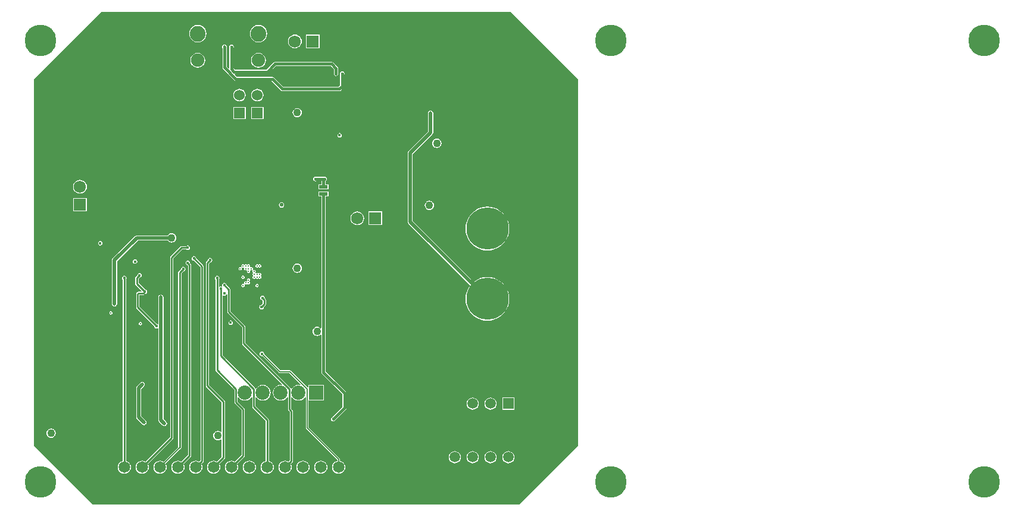
<source format=gbr>
%TF.GenerationSoftware,Altium Limited,Altium Designer,19.0.15 (446)*%
G04 Layer_Physical_Order=4*
G04 Layer_Color=16711680*
%FSLAX45Y45*%
%MOMM*%
%TF.FileFunction,Copper,L4,Bot,Signal*%
%TF.Part,Single*%
G01*
G75*
%TA.AperFunction,Conductor*%
%ADD40C,0.20320*%
%ADD41C,0.38100*%
%ADD42C,0.50800*%
%ADD45C,0.25400*%
%TA.AperFunction,ComponentPad*%
%ADD49C,1.65000*%
%TA.AperFunction,TestPad*%
%ADD50C,1.10000*%
%TA.AperFunction,ViaPad*%
%ADD51C,4.50000*%
%TA.AperFunction,ComponentPad*%
%ADD52R,1.50000X1.50000*%
%ADD53C,1.50000*%
%ADD54C,1.53000*%
%ADD55R,1.53000X1.53000*%
%ADD56C,1.90000*%
%ADD57C,2.25000*%
%ADD58C,6.00000*%
%ADD59C,1.72500*%
%ADD60R,1.72500X1.72500*%
%ADD61R,1.72500X1.72500*%
%ADD62R,2.02500X2.02500*%
%ADD63C,2.02500*%
%TA.AperFunction,ViaPad*%
%ADD64C,0.43180*%
%ADD65C,0.25000*%
%ADD66C,0.55880*%
%ADD67C,1.06680*%
%ADD68C,0.45720*%
%TA.AperFunction,SMDPad,CuDef*%
%ADD69R,1.20000X0.50000*%
%TA.AperFunction,Conductor*%
%ADD70C,0.15000*%
G36*
X8102600Y6210300D02*
Y990600D01*
X7264400Y152400D01*
X1206500D01*
X368300Y990600D01*
Y6210300D01*
X1320800Y7162800D01*
X7150100D01*
X8102600Y6210300D01*
D02*
G37*
%LPC*%
G36*
X3559400Y6979838D02*
X3527379Y6975623D01*
X3497541Y6963263D01*
X3471918Y6943602D01*
X3452257Y6917979D01*
X3439897Y6888141D01*
X3435682Y6856120D01*
X3439897Y6824099D01*
X3452257Y6794261D01*
X3471918Y6768638D01*
X3497541Y6748977D01*
X3527379Y6736617D01*
X3559400Y6732402D01*
X3591421Y6736617D01*
X3621259Y6748977D01*
X3646882Y6768638D01*
X3666543Y6794261D01*
X3678903Y6824099D01*
X3683118Y6856120D01*
X3678903Y6888141D01*
X3666543Y6917979D01*
X3646882Y6943602D01*
X3621259Y6963263D01*
X3591421Y6975623D01*
X3559400Y6979838D01*
D02*
G37*
G36*
X2695400D02*
X2663379Y6975623D01*
X2633541Y6963263D01*
X2607918Y6943602D01*
X2588257Y6917979D01*
X2575898Y6888141D01*
X2571682Y6856120D01*
X2575898Y6824099D01*
X2588257Y6794261D01*
X2607918Y6768638D01*
X2633541Y6748977D01*
X2663379Y6736617D01*
X2695400Y6732402D01*
X2727421Y6736617D01*
X2757259Y6748977D01*
X2782882Y6768638D01*
X2802544Y6794261D01*
X2814903Y6824099D01*
X2819119Y6856120D01*
X2814903Y6888141D01*
X2802544Y6917979D01*
X2782882Y6943602D01*
X2757259Y6963263D01*
X2727421Y6975623D01*
X2695400Y6979838D01*
D02*
G37*
G36*
X4427811Y6842532D02*
X4234991D01*
Y6649712D01*
X4427811D01*
Y6842532D01*
D02*
G37*
G36*
X4077401Y6843364D02*
X4052233Y6840050D01*
X4028780Y6830336D01*
X4008641Y6814882D01*
X3993187Y6794743D01*
X3983473Y6771290D01*
X3980159Y6746122D01*
X3983473Y6720954D01*
X3993187Y6697501D01*
X4008641Y6677361D01*
X4028780Y6661908D01*
X4052233Y6652193D01*
X4077401Y6648880D01*
X4102569Y6652193D01*
X4126022Y6661908D01*
X4146162Y6677361D01*
X4161615Y6697501D01*
X4171330Y6720954D01*
X4174643Y6746122D01*
X4171330Y6771290D01*
X4161615Y6794743D01*
X4146162Y6814882D01*
X4126022Y6830336D01*
X4102569Y6840050D01*
X4077401Y6843364D01*
D02*
G37*
G36*
X3559400Y6582187D02*
X3531948Y6578573D01*
X3506366Y6567977D01*
X3484399Y6551121D01*
X3467543Y6529154D01*
X3456947Y6503572D01*
X3453333Y6476120D01*
X3456947Y6448668D01*
X3467543Y6423086D01*
X3484399Y6401119D01*
X3506366Y6384263D01*
X3531948Y6373667D01*
X3559400Y6370053D01*
X3586852Y6373667D01*
X3612434Y6384263D01*
X3634401Y6401119D01*
X3651257Y6423086D01*
X3661853Y6448668D01*
X3665467Y6476120D01*
X3661853Y6503572D01*
X3651257Y6529154D01*
X3634401Y6551121D01*
X3612434Y6567977D01*
X3586852Y6578573D01*
X3559400Y6582187D01*
D02*
G37*
G36*
X2695400D02*
X2667948Y6578573D01*
X2642367Y6567977D01*
X2620399Y6551121D01*
X2603543Y6529154D01*
X2592947Y6503572D01*
X2589333Y6476120D01*
X2592947Y6448668D01*
X2603543Y6423086D01*
X2620399Y6401119D01*
X2642367Y6384263D01*
X2667948Y6373667D01*
X2695400Y6370053D01*
X2722853Y6373667D01*
X2748434Y6384263D01*
X2770401Y6401119D01*
X2787257Y6423086D01*
X2797853Y6448668D01*
X2801468Y6476120D01*
X2797853Y6503572D01*
X2787257Y6529154D01*
X2770401Y6551121D01*
X2748434Y6567977D01*
X2722853Y6578573D01*
X2695400Y6582187D01*
D02*
G37*
G36*
X3175000Y6699872D02*
X3162612Y6697408D01*
X3152110Y6690390D01*
X3145092Y6679888D01*
X3142628Y6667500D01*
X3145092Y6655112D01*
X3145218Y6654923D01*
Y6364427D01*
X3132518Y6359167D01*
X3105183Y6386502D01*
Y6650638D01*
X3106504Y6652616D01*
X3109067Y6665500D01*
X3106504Y6678384D01*
X3099206Y6689306D01*
X3088284Y6696604D01*
X3075400Y6699167D01*
X3062516Y6696604D01*
X3051594Y6689306D01*
X3044296Y6678384D01*
X3041733Y6665500D01*
X3044296Y6652616D01*
X3045618Y6650638D01*
Y6374166D01*
X3047885Y6362769D01*
X3054341Y6353107D01*
X3218207Y6189241D01*
X3227869Y6182785D01*
X3239266Y6180518D01*
X3746864D01*
X3877841Y6049541D01*
X3887503Y6043085D01*
X3898900Y6040818D01*
X4711700D01*
X4723097Y6043085D01*
X4732759Y6049541D01*
X4770859Y6087641D01*
X4777315Y6097303D01*
X4779582Y6108700D01*
Y6273923D01*
X4779708Y6274112D01*
X4782172Y6286500D01*
X4779708Y6298888D01*
X4772690Y6309390D01*
X4762188Y6316408D01*
X4749800Y6318872D01*
X4737412Y6316408D01*
X4726910Y6309390D01*
X4719892Y6298888D01*
X4717428Y6286500D01*
X4719892Y6274112D01*
X4720018Y6273923D01*
Y6121036D01*
X4699364Y6100382D01*
X3911236D01*
X3780259Y6231359D01*
X3770597Y6237815D01*
X3759200Y6240082D01*
X3251602D01*
X3222267Y6269418D01*
X3227527Y6282118D01*
X3683000D01*
X3694397Y6284385D01*
X3704059Y6290841D01*
X3809636Y6396418D01*
X4585064D01*
X4631118Y6350364D01*
Y6299077D01*
X4630992Y6298888D01*
X4628528Y6286500D01*
X4630992Y6274112D01*
X4638010Y6263610D01*
X4648512Y6256592D01*
X4660900Y6254128D01*
X4673288Y6256592D01*
X4683790Y6263610D01*
X4690808Y6274112D01*
X4693272Y6286500D01*
X4690808Y6298888D01*
X4690682Y6299077D01*
Y6362700D01*
X4688415Y6374097D01*
X4681959Y6383759D01*
X4618459Y6447259D01*
X4608797Y6453715D01*
X4597400Y6455982D01*
X3797300D01*
X3785903Y6453715D01*
X3776241Y6447259D01*
X3670664Y6341682D01*
X3225436D01*
X3204782Y6362336D01*
Y6654923D01*
X3204908Y6655112D01*
X3207372Y6667500D01*
X3204908Y6679888D01*
X3197890Y6690390D01*
X3187388Y6697408D01*
X3175000Y6699872D01*
D02*
G37*
G36*
X3543300Y6069108D02*
X3520677Y6066129D01*
X3499596Y6057397D01*
X3481493Y6043507D01*
X3467603Y6025404D01*
X3458871Y6004323D01*
X3455892Y5981700D01*
X3458871Y5959077D01*
X3467603Y5937996D01*
X3481493Y5919893D01*
X3499596Y5906003D01*
X3520677Y5897271D01*
X3543300Y5894292D01*
X3565923Y5897271D01*
X3587004Y5906003D01*
X3605107Y5919893D01*
X3618997Y5937996D01*
X3627729Y5959077D01*
X3630708Y5981700D01*
X3627729Y6004323D01*
X3618997Y6025404D01*
X3605107Y6043507D01*
X3587004Y6057397D01*
X3565923Y6066129D01*
X3543300Y6069108D01*
D02*
G37*
G36*
X3289300D02*
X3266677Y6066129D01*
X3245596Y6057397D01*
X3227493Y6043507D01*
X3213603Y6025404D01*
X3204871Y6004323D01*
X3201892Y5981700D01*
X3204871Y5959077D01*
X3213603Y5937996D01*
X3227493Y5919893D01*
X3245596Y5906003D01*
X3266677Y5897271D01*
X3289300Y5894292D01*
X3311923Y5897271D01*
X3333004Y5906003D01*
X3351107Y5919893D01*
X3364997Y5937996D01*
X3373729Y5959077D01*
X3376708Y5981700D01*
X3373729Y6004323D01*
X3364997Y6025404D01*
X3351107Y6043507D01*
X3333004Y6057397D01*
X3311923Y6066129D01*
X3289300Y6069108D01*
D02*
G37*
G36*
X4109720Y5797354D02*
X4092710Y5795115D01*
X4076859Y5788549D01*
X4063247Y5778105D01*
X4052803Y5764493D01*
X4046237Y5748642D01*
X4043998Y5731632D01*
X4046237Y5714622D01*
X4052803Y5698771D01*
X4063247Y5685160D01*
X4076859Y5674715D01*
X4092710Y5668149D01*
X4109720Y5665910D01*
X4126730Y5668149D01*
X4142581Y5674715D01*
X4156193Y5685160D01*
X4166637Y5698771D01*
X4173203Y5714622D01*
X4175442Y5731632D01*
X4173203Y5748642D01*
X4166637Y5764493D01*
X4156193Y5778105D01*
X4142581Y5788549D01*
X4126730Y5795115D01*
X4109720Y5797354D01*
D02*
G37*
G36*
X3629960Y5814360D02*
X3456640D01*
Y5641040D01*
X3629960D01*
Y5814360D01*
D02*
G37*
G36*
X3375960D02*
X3202640D01*
Y5641040D01*
X3375960D01*
Y5814360D01*
D02*
G37*
G36*
X4711700Y5442572D02*
X4699312Y5440108D01*
X4688810Y5433090D01*
X4681792Y5422588D01*
X4679328Y5410200D01*
X4681792Y5397812D01*
X4688810Y5387310D01*
X4699312Y5380292D01*
X4711700Y5377828D01*
X4724088Y5380292D01*
X4734590Y5387310D01*
X4741608Y5397812D01*
X4744072Y5410200D01*
X4741608Y5422588D01*
X4734590Y5433090D01*
X4724088Y5440108D01*
X4711700Y5442572D01*
D02*
G37*
G36*
X6096000Y5361622D02*
X6078990Y5359383D01*
X6063139Y5352817D01*
X6049527Y5342373D01*
X6039083Y5328761D01*
X6032517Y5312910D01*
X6030278Y5295900D01*
X6032517Y5278890D01*
X6039083Y5263039D01*
X6049527Y5249427D01*
X6063139Y5238983D01*
X6078990Y5232417D01*
X6096000Y5230178D01*
X6113010Y5232417D01*
X6128861Y5238983D01*
X6142473Y5249427D01*
X6152917Y5263039D01*
X6159483Y5278890D01*
X6161722Y5295900D01*
X6159483Y5312910D01*
X6152917Y5328761D01*
X6142473Y5342373D01*
X6128861Y5352817D01*
X6113010Y5359383D01*
X6096000Y5361622D01*
D02*
G37*
G36*
X4500548Y4820272D02*
X4488159Y4817808D01*
X4487971Y4817682D01*
X4381377D01*
X4381188Y4817808D01*
X4368800Y4820272D01*
X4356412Y4817808D01*
X4345910Y4810790D01*
X4338892Y4800288D01*
X4336428Y4787900D01*
X4338892Y4775512D01*
X4345910Y4765010D01*
X4356412Y4757992D01*
X4368800Y4755528D01*
X4381188Y4757992D01*
X4381377Y4758118D01*
X4453318D01*
Y4708760D01*
X4412940D01*
Y4638440D01*
X4553260D01*
Y4708760D01*
X4512882D01*
Y4757981D01*
X4512936Y4757992D01*
X4523438Y4765010D01*
X4530456Y4775512D01*
X4532920Y4787900D01*
X4530456Y4800288D01*
X4523438Y4810790D01*
X4512936Y4817808D01*
X4500548Y4820272D01*
D02*
G37*
G36*
X1021080Y4773482D02*
X995912Y4770169D01*
X972459Y4760454D01*
X952320Y4745000D01*
X936866Y4724861D01*
X927152Y4701408D01*
X923838Y4676240D01*
X927152Y4651072D01*
X936866Y4627619D01*
X952320Y4607480D01*
X972459Y4592026D01*
X995912Y4582312D01*
X1021080Y4578998D01*
X1046248Y4582312D01*
X1069701Y4592026D01*
X1089841Y4607480D01*
X1105294Y4627619D01*
X1115009Y4651072D01*
X1118322Y4676240D01*
X1115009Y4701408D01*
X1105294Y4724861D01*
X1089841Y4745000D01*
X1069701Y4760454D01*
X1046248Y4770169D01*
X1021080Y4773482D01*
D02*
G37*
G36*
X3886200Y4458447D02*
X3871334Y4455489D01*
X3858731Y4447069D01*
X3850311Y4434466D01*
X3847353Y4419600D01*
X3850311Y4404734D01*
X3858731Y4392131D01*
X3871334Y4383711D01*
X3886200Y4380753D01*
X3901066Y4383711D01*
X3913669Y4392131D01*
X3922089Y4404734D01*
X3925047Y4419600D01*
X3922089Y4434466D01*
X3913669Y4447069D01*
X3901066Y4455489D01*
X3886200Y4458447D01*
D02*
G37*
G36*
X5989320Y4477702D02*
X5972310Y4475463D01*
X5956459Y4468897D01*
X5942847Y4458453D01*
X5932403Y4444841D01*
X5925837Y4428990D01*
X5923598Y4411980D01*
X5925837Y4394970D01*
X5932403Y4379119D01*
X5942847Y4365507D01*
X5956459Y4355063D01*
X5972310Y4348497D01*
X5989320Y4346258D01*
X6006330Y4348497D01*
X6022181Y4355063D01*
X6035793Y4365507D01*
X6046237Y4379119D01*
X6052803Y4394970D01*
X6055042Y4411980D01*
X6052803Y4428990D01*
X6046237Y4444841D01*
X6035793Y4458453D01*
X6022181Y4468897D01*
X6006330Y4475463D01*
X5989320Y4477702D01*
D02*
G37*
G36*
X1117490Y4518650D02*
X924670D01*
Y4325830D01*
X1117490D01*
Y4518650D01*
D02*
G37*
G36*
X5316110Y4325510D02*
X5123290D01*
Y4132690D01*
X5316110D01*
Y4325510D01*
D02*
G37*
G36*
X4965700Y4326342D02*
X4940532Y4323028D01*
X4917079Y4313314D01*
X4896940Y4297860D01*
X4881486Y4277721D01*
X4871772Y4254268D01*
X4868458Y4229100D01*
X4871772Y4203932D01*
X4881486Y4180479D01*
X4896940Y4160340D01*
X4917079Y4144886D01*
X4940532Y4135172D01*
X4965700Y4131858D01*
X4990868Y4135172D01*
X5014321Y4144886D01*
X5034460Y4160340D01*
X5049914Y4180479D01*
X5059628Y4203932D01*
X5062942Y4229100D01*
X5059628Y4254268D01*
X5049914Y4277721D01*
X5034460Y4297860D01*
X5014321Y4313314D01*
X4990868Y4323028D01*
X4965700Y4326342D01*
D02*
G37*
G36*
X2324100Y4015422D02*
X2307090Y4013183D01*
X2291239Y4006617D01*
X2277627Y3996173D01*
X2269788Y3985957D01*
X1828801D01*
X1828800Y3985957D01*
X1814925Y3983197D01*
X1803163Y3975337D01*
X1485663Y3657837D01*
X1477803Y3646075D01*
X1475043Y3632200D01*
X1475043Y3632199D01*
Y3009900D01*
X1477803Y2996025D01*
X1485663Y2984263D01*
X1497425Y2976403D01*
X1511300Y2973643D01*
X1525175Y2976403D01*
X1536937Y2984263D01*
X1544797Y2996025D01*
X1547557Y3009900D01*
Y3617182D01*
X1843818Y3913443D01*
X2269788D01*
X2277627Y3903227D01*
X2291239Y3892783D01*
X2307090Y3886217D01*
X2324100Y3883978D01*
X2341110Y3886217D01*
X2356961Y3892783D01*
X2370573Y3903227D01*
X2381017Y3916839D01*
X2387583Y3932690D01*
X2389822Y3949700D01*
X2387583Y3966710D01*
X2381017Y3982561D01*
X2370573Y3996173D01*
X2356961Y4006617D01*
X2341110Y4013183D01*
X2324100Y4015422D01*
D02*
G37*
G36*
X1308100Y3905872D02*
X1295712Y3903408D01*
X1285210Y3896390D01*
X1278192Y3885888D01*
X1275728Y3873500D01*
X1278192Y3861112D01*
X1285210Y3850610D01*
X1295712Y3843592D01*
X1308100Y3841128D01*
X1320488Y3843592D01*
X1330990Y3850610D01*
X1338008Y3861112D01*
X1340472Y3873500D01*
X1338008Y3885888D01*
X1330990Y3896390D01*
X1320488Y3903408D01*
X1308100Y3905872D01*
D02*
G37*
G36*
X2552700Y3842372D02*
X2540312Y3839908D01*
X2530434Y3833308D01*
X2463800D01*
X2454880Y3831534D01*
X2447319Y3826481D01*
X2307619Y3686781D01*
X2302566Y3679219D01*
X2300792Y3670300D01*
Y1114555D01*
X1952436Y766198D01*
X1951729Y766739D01*
X1929189Y776076D01*
X1905000Y779261D01*
X1880811Y776076D01*
X1858270Y766739D01*
X1838914Y751887D01*
X1824061Y732531D01*
X1814725Y709990D01*
X1811540Y685801D01*
X1814725Y661612D01*
X1824061Y639071D01*
X1838914Y619715D01*
X1858270Y604863D01*
X1880811Y595526D01*
X1905000Y592341D01*
X1929189Y595526D01*
X1951729Y604863D01*
X1971086Y619715D01*
X1985938Y639071D01*
X1995275Y661612D01*
X1998459Y685801D01*
X1995275Y709990D01*
X1985938Y732531D01*
X1985398Y733236D01*
X2340581Y1088419D01*
X2345634Y1095980D01*
X2347408Y1104900D01*
Y3660646D01*
X2473455Y3786692D01*
X2530434D01*
X2540312Y3780092D01*
X2552700Y3777628D01*
X2565088Y3780092D01*
X2575590Y3787110D01*
X2582608Y3797612D01*
X2585072Y3810000D01*
X2582608Y3822388D01*
X2575590Y3832890D01*
X2565088Y3839908D01*
X2552700Y3842372D01*
D02*
G37*
G36*
X6814299Y4392517D02*
X6765629Y4388686D01*
X6718158Y4377289D01*
X6673053Y4358607D01*
X6631427Y4333098D01*
X6594304Y4301392D01*
X6562598Y4264269D01*
X6537090Y4222643D01*
X6518407Y4177539D01*
X6507010Y4130067D01*
X6503180Y4081398D01*
X6507010Y4032728D01*
X6518407Y3985257D01*
X6537090Y3940153D01*
X6562598Y3898527D01*
X6594304Y3861403D01*
X6631427Y3829697D01*
X6673053Y3804189D01*
X6718158Y3785506D01*
X6765629Y3774109D01*
X6814299Y3770279D01*
X6862968Y3774109D01*
X6910440Y3785506D01*
X6955544Y3804189D01*
X6997170Y3829697D01*
X7034293Y3861403D01*
X7065999Y3898527D01*
X7091508Y3940153D01*
X7110190Y3985257D01*
X7121587Y4032728D01*
X7125418Y4081398D01*
X7121587Y4130067D01*
X7110190Y4177539D01*
X7091508Y4222643D01*
X7065999Y4264269D01*
X7034293Y4301392D01*
X6997170Y4333098D01*
X6955544Y4358607D01*
X6910440Y4377289D01*
X6862968Y4388686D01*
X6814299Y4392517D01*
D02*
G37*
G36*
X1803400Y3644535D02*
X1791012Y3642071D01*
X1780510Y3635053D01*
X1773492Y3624551D01*
X1771028Y3612163D01*
X1773492Y3599775D01*
X1780510Y3589272D01*
X1791012Y3582255D01*
X1803400Y3579791D01*
X1815788Y3582255D01*
X1826290Y3589272D01*
X1833308Y3599775D01*
X1835772Y3612163D01*
X1833308Y3624551D01*
X1826290Y3635053D01*
X1815788Y3642071D01*
X1803400Y3644535D01*
D02*
G37*
G36*
X3577403Y3574004D02*
X3568561Y3572245D01*
X3566561Y3570908D01*
X3557403Y3568286D01*
X3548245Y3570908D01*
X3546244Y3572245D01*
X3537403Y3574004D01*
X3528561Y3572245D01*
X3521066Y3567237D01*
X3516057Y3559741D01*
X3514299Y3550900D01*
X3516057Y3542058D01*
X3521066Y3534563D01*
X3528561Y3529555D01*
X3537403Y3527796D01*
X3546244Y3529555D01*
X3548245Y3530892D01*
X3557403Y3533514D01*
X3566561Y3530892D01*
X3568561Y3529555D01*
X3577403Y3527796D01*
X3586244Y3529555D01*
X3593739Y3534563D01*
X3598748Y3542058D01*
X3600506Y3550900D01*
X3598748Y3559741D01*
X3593739Y3567237D01*
X3586244Y3572245D01*
X3577403Y3574004D01*
D02*
G37*
G36*
X3417403D02*
X3408561Y3572245D01*
X3406561Y3570908D01*
X3397403Y3568286D01*
X3388245Y3570908D01*
X3386244Y3572245D01*
X3377403Y3574004D01*
X3368561Y3572245D01*
X3361066Y3567237D01*
X3353739D01*
X3346244Y3572245D01*
X3337403Y3574004D01*
X3328561Y3572245D01*
X3321066Y3567237D01*
X3316057Y3559741D01*
X3314299Y3550900D01*
X3316057Y3542058D01*
X3317381Y3540078D01*
X3308225Y3530922D01*
X3306244Y3532245D01*
X3297403Y3534004D01*
X3288561Y3532245D01*
X3281066Y3527237D01*
X3276057Y3519741D01*
X3274299Y3510900D01*
X3276057Y3502059D01*
X3281066Y3494563D01*
X3288561Y3489555D01*
X3297403Y3487796D01*
X3306244Y3489555D01*
X3313739Y3494563D01*
X3318748Y3502059D01*
X3320506Y3510900D01*
X3318748Y3519741D01*
X3317424Y3521722D01*
X3326581Y3530878D01*
X3328561Y3529555D01*
X3337403Y3527796D01*
X3346244Y3529555D01*
X3348225Y3530878D01*
X3357381Y3521722D01*
X3356058Y3519741D01*
X3354299Y3510900D01*
X3356058Y3502059D01*
X3361066Y3494563D01*
X3368561Y3489555D01*
X3377403Y3487796D01*
X3386244Y3489555D01*
X3388225Y3490878D01*
X3397381Y3481722D01*
X3396057Y3479741D01*
X3394299Y3470900D01*
X3396057Y3462058D01*
X3401066Y3454563D01*
X3408561Y3449555D01*
X3417403Y3447796D01*
X3426244Y3449555D01*
X3433739Y3454563D01*
X3438748Y3462058D01*
X3440506Y3470900D01*
X3438748Y3479741D01*
X3436385Y3483277D01*
X3445541Y3492433D01*
X3448561Y3490415D01*
X3457403Y3488657D01*
X3466244Y3490415D01*
X3469264Y3492433D01*
X3478420Y3483277D01*
X3476058Y3479741D01*
X3474299Y3470900D01*
X3476058Y3462058D01*
X3477394Y3460058D01*
X3480017Y3450900D01*
X3477394Y3441742D01*
X3476058Y3439741D01*
X3474299Y3430900D01*
X3476058Y3422058D01*
X3477394Y3420058D01*
X3480017Y3410900D01*
X3477394Y3401742D01*
X3476058Y3399741D01*
X3474299Y3390900D01*
X3476058Y3382059D01*
X3481066Y3374563D01*
X3488561Y3369555D01*
X3497403Y3367796D01*
X3506244Y3369555D01*
X3508245Y3370892D01*
X3517403Y3373514D01*
X3526561Y3370892D01*
X3528561Y3369555D01*
X3537403Y3367796D01*
X3546244Y3369555D01*
X3548245Y3370892D01*
X3557403Y3373514D01*
X3566561Y3370892D01*
X3568561Y3369555D01*
X3577403Y3367796D01*
X3586244Y3369555D01*
X3593739Y3374563D01*
X3598748Y3382059D01*
X3600506Y3390900D01*
X3598748Y3399741D01*
X3597411Y3401742D01*
X3594788Y3410900D01*
X3597411Y3420058D01*
X3598748Y3422058D01*
X3600506Y3430900D01*
X3598748Y3439741D01*
X3593739Y3447237D01*
X3586244Y3452245D01*
X3577403Y3454004D01*
X3568561Y3452245D01*
X3566561Y3450908D01*
X3557403Y3448286D01*
X3548245Y3450908D01*
X3546244Y3452245D01*
X3537403Y3454004D01*
X3528561Y3452245D01*
X3526581Y3450922D01*
X3517425Y3460078D01*
X3518748Y3462058D01*
X3520507Y3470900D01*
X3518748Y3479741D01*
X3513739Y3487237D01*
X3506244Y3492245D01*
X3497403Y3494004D01*
X3488561Y3492245D01*
X3485541Y3490227D01*
X3476385Y3499383D01*
X3478748Y3502919D01*
X3480506Y3511761D01*
X3478748Y3520602D01*
X3473739Y3528097D01*
X3466244Y3533106D01*
X3457403Y3534864D01*
X3448561Y3533106D01*
X3447619Y3532477D01*
X3438463Y3541633D01*
X3438748Y3542058D01*
X3440506Y3550900D01*
X3438748Y3559741D01*
X3433739Y3567237D01*
X3426244Y3572245D01*
X3417403Y3574004D01*
D02*
G37*
G36*
X4109720Y3583622D02*
X4092710Y3581383D01*
X4076859Y3574817D01*
X4063247Y3564373D01*
X4052803Y3550761D01*
X4046237Y3534910D01*
X4043998Y3517900D01*
X4046237Y3500890D01*
X4052803Y3485039D01*
X4063247Y3471427D01*
X4076859Y3460983D01*
X4092710Y3454417D01*
X4109720Y3452178D01*
X4126730Y3454417D01*
X4142581Y3460983D01*
X4156193Y3471427D01*
X4166637Y3485039D01*
X4173203Y3500890D01*
X4175442Y3517900D01*
X4173203Y3534910D01*
X4166637Y3550761D01*
X4156193Y3564373D01*
X4142581Y3574817D01*
X4126730Y3581383D01*
X4109720Y3583622D01*
D02*
G37*
G36*
X3337403Y3414004D02*
X3328561Y3412245D01*
X3321066Y3407237D01*
X3316057Y3399741D01*
X3314299Y3390900D01*
X3316057Y3382059D01*
X3321066Y3374563D01*
X3328561Y3369555D01*
X3337403Y3367796D01*
X3346244Y3369555D01*
X3353739Y3374563D01*
X3358748Y3382059D01*
X3360506Y3390900D01*
X3358748Y3399741D01*
X3353739Y3407237D01*
X3346244Y3412245D01*
X3337403Y3414004D01*
D02*
G37*
G36*
X3417403Y3374004D02*
X3408561Y3372245D01*
X3401066Y3367237D01*
X3396057Y3359742D01*
X3394299Y3350900D01*
X3396057Y3342059D01*
X3397381Y3340078D01*
X3388225Y3330921D01*
X3386244Y3332245D01*
X3377403Y3334004D01*
X3368561Y3332245D01*
X3361066Y3327237D01*
X3356058Y3319741D01*
X3354299Y3310900D01*
X3356058Y3302058D01*
X3357381Y3300078D01*
X3348225Y3290922D01*
X3346244Y3292245D01*
X3337403Y3294004D01*
X3328561Y3292245D01*
X3321066Y3287237D01*
X3316057Y3279741D01*
X3314299Y3270900D01*
X3316057Y3262058D01*
X3321066Y3254563D01*
X3328561Y3249555D01*
X3337403Y3247796D01*
X3346244Y3249555D01*
X3353739Y3254563D01*
X3358748Y3262058D01*
X3360506Y3270900D01*
X3358748Y3279741D01*
X3357424Y3281722D01*
X3366580Y3290878D01*
X3368561Y3289555D01*
X3377403Y3287796D01*
X3386244Y3289555D01*
X3388245Y3290892D01*
X3397403Y3293514D01*
X3406561Y3290892D01*
X3408561Y3289555D01*
X3417403Y3287796D01*
X3426244Y3289555D01*
X3433739Y3294563D01*
X3438748Y3302058D01*
X3440506Y3310900D01*
X3438748Y3319741D01*
X3433739Y3327236D01*
Y3334564D01*
X3438748Y3342059D01*
X3440506Y3350900D01*
X3438748Y3359742D01*
X3433739Y3367237D01*
X3426244Y3372245D01*
X3417403Y3374004D01*
D02*
G37*
G36*
X3537403Y3294004D02*
X3528561Y3292245D01*
X3521066Y3287237D01*
X3516057Y3279741D01*
X3514299Y3270900D01*
X3516057Y3262058D01*
X3521066Y3254563D01*
X3528561Y3249555D01*
X3537403Y3247796D01*
X3546244Y3249555D01*
X3553739Y3254563D01*
X3558748Y3262058D01*
X3560506Y3270900D01*
X3558748Y3279741D01*
X3553739Y3287237D01*
X3546244Y3292245D01*
X3537403Y3294004D01*
D02*
G37*
G36*
X3615690Y3127117D02*
X3603302Y3124653D01*
X3592800Y3117635D01*
X3585782Y3107133D01*
X3583318Y3094745D01*
X3585782Y3082356D01*
X3592800Y3071854D01*
X3603302Y3064837D01*
X3614953Y3062519D01*
X3617782Y3059690D01*
Y3014906D01*
X3600183Y2997307D01*
X3588532Y2994989D01*
X3578029Y2987972D01*
X3571012Y2977470D01*
X3568548Y2965081D01*
X3571012Y2952693D01*
X3578029Y2942191D01*
X3588532Y2935173D01*
X3600920Y2932709D01*
X3613308Y2935173D01*
X3623810Y2942191D01*
X3630828Y2952693D01*
X3633145Y2964345D01*
X3657571Y2988771D01*
X3662624Y2996332D01*
X3664398Y3005252D01*
Y3069345D01*
X3662624Y3078264D01*
X3657571Y3085826D01*
X3647915Y3095481D01*
X3645598Y3107133D01*
X3638580Y3117635D01*
X3628078Y3124653D01*
X3615690Y3127117D01*
D02*
G37*
G36*
X1460500Y2906004D02*
X1451659Y2904245D01*
X1444163Y2899237D01*
X1439155Y2891741D01*
X1437396Y2882900D01*
X1439155Y2874059D01*
X1444163Y2866563D01*
X1451659Y2861555D01*
X1460500Y2859796D01*
X1469341Y2861555D01*
X1476837Y2866563D01*
X1481845Y2874059D01*
X1483604Y2882900D01*
X1481845Y2891741D01*
X1476837Y2899237D01*
X1469341Y2904245D01*
X1460500Y2906004D01*
D02*
G37*
G36*
X6007100Y5763957D02*
X5993225Y5761197D01*
X5981463Y5753337D01*
X5973603Y5741575D01*
X5970843Y5727700D01*
Y5463318D01*
X5689363Y5181837D01*
X5681503Y5170075D01*
X5678743Y5156200D01*
X5678743Y5156199D01*
Y4180700D01*
X5678743Y4180698D01*
X5681503Y4166824D01*
X5689363Y4155061D01*
X6570685Y3273739D01*
X6562598Y3264271D01*
X6537090Y3222645D01*
X6518407Y3177541D01*
X6507010Y3130069D01*
X6503180Y3081400D01*
X6507010Y3032730D01*
X6518407Y2985259D01*
X6537090Y2940155D01*
X6562598Y2898529D01*
X6594304Y2861405D01*
X6631427Y2829699D01*
X6673053Y2804191D01*
X6718158Y2785508D01*
X6765629Y2774111D01*
X6814299Y2770281D01*
X6862968Y2774111D01*
X6910440Y2785508D01*
X6955544Y2804191D01*
X6997170Y2829699D01*
X7034293Y2861405D01*
X7065999Y2898529D01*
X7091508Y2940155D01*
X7110190Y2985259D01*
X7121587Y3032730D01*
X7125418Y3081400D01*
X7121587Y3130069D01*
X7110190Y3177541D01*
X7091508Y3222645D01*
X7065999Y3264271D01*
X7034293Y3301394D01*
X6997170Y3333100D01*
X6955544Y3358609D01*
X6910440Y3377291D01*
X6862968Y3388688D01*
X6814299Y3392519D01*
X6765629Y3388688D01*
X6718158Y3377291D01*
X6673053Y3358609D01*
X6631427Y3333100D01*
X6621959Y3325014D01*
X5751257Y4195717D01*
Y5141182D01*
X6032737Y5422662D01*
X6032737Y5422663D01*
X6040597Y5434425D01*
X6043357Y5448300D01*
X6043357Y5448301D01*
Y5727700D01*
X6040597Y5741575D01*
X6032737Y5753337D01*
X6020975Y5761197D01*
X6007100Y5763957D01*
D02*
G37*
G36*
X3162300Y2775572D02*
X3149912Y2773108D01*
X3139410Y2766090D01*
X3132392Y2755588D01*
X3129928Y2743200D01*
X3132392Y2730812D01*
X3139410Y2720310D01*
X3149912Y2713292D01*
X3162300Y2710828D01*
X3174688Y2713292D01*
X3185190Y2720310D01*
X3192208Y2730812D01*
X3194672Y2743200D01*
X3192208Y2755588D01*
X3185190Y2766090D01*
X3174688Y2773108D01*
X3162300Y2775572D01*
D02*
G37*
G36*
X1879600Y2753604D02*
X1870759Y2751845D01*
X1863263Y2746837D01*
X1858255Y2739341D01*
X1856496Y2730500D01*
X1858255Y2721659D01*
X1863263Y2714163D01*
X1870759Y2709155D01*
X1879600Y2707396D01*
X1888441Y2709155D01*
X1895937Y2714163D01*
X1900945Y2721659D01*
X1902704Y2730500D01*
X1900945Y2739341D01*
X1895937Y2746837D01*
X1888441Y2751845D01*
X1879600Y2753604D01*
D02*
G37*
G36*
X4553260Y4607160D02*
X4412940D01*
Y4536840D01*
X4453318D01*
Y2666285D01*
X4440618Y2661974D01*
X4438133Y2665213D01*
X4424521Y2675657D01*
X4408670Y2682223D01*
X4391660Y2684462D01*
X4374650Y2682223D01*
X4358799Y2675657D01*
X4345187Y2665213D01*
X4334743Y2651601D01*
X4328177Y2635750D01*
X4325938Y2618740D01*
X4328177Y2601730D01*
X4334743Y2585879D01*
X4345187Y2572267D01*
X4358799Y2561823D01*
X4374650Y2555257D01*
X4391660Y2553018D01*
X4408670Y2555257D01*
X4424521Y2561823D01*
X4438133Y2572267D01*
X4440618Y2575506D01*
X4453318Y2571195D01*
Y2038599D01*
X4455585Y2027202D01*
X4462041Y2017540D01*
X4755036Y1724545D01*
Y1545955D01*
X4610634Y1401552D01*
X4610412Y1401508D01*
X4599910Y1394490D01*
X4592892Y1383988D01*
X4590428Y1371600D01*
X4592892Y1359212D01*
X4599910Y1348710D01*
X4610412Y1341692D01*
X4622800Y1339228D01*
X4635188Y1341692D01*
X4645690Y1348710D01*
X4652708Y1359212D01*
X4652752Y1359434D01*
X4805878Y1512559D01*
X4812334Y1522221D01*
X4814601Y1533618D01*
Y1736881D01*
X4812334Y1748278D01*
X4805878Y1757940D01*
X4512882Y2050935D01*
Y4536840D01*
X4553260D01*
Y4607160D01*
D02*
G37*
G36*
X2971800Y3410572D02*
X2959412Y3408108D01*
X2948910Y3401090D01*
X2941892Y3390588D01*
X2939428Y3378200D01*
X2941892Y3365812D01*
X2948492Y3355934D01*
Y2064830D01*
X2950266Y2055911D01*
X2955319Y2048349D01*
X3214741Y1788927D01*
Y1613351D01*
X3216515Y1604432D01*
X3221568Y1596870D01*
X3316792Y1501645D01*
Y860554D01*
X3222436Y766198D01*
X3221729Y766739D01*
X3199189Y776076D01*
X3175000Y779261D01*
X3150811Y776076D01*
X3128270Y766739D01*
X3108914Y751887D01*
X3094061Y732531D01*
X3084725Y709990D01*
X3081540Y685801D01*
X3084725Y661612D01*
X3094061Y639071D01*
X3108914Y619715D01*
X3128270Y604863D01*
X3150811Y595526D01*
X3175000Y592341D01*
X3199189Y595526D01*
X3221729Y604863D01*
X3241086Y619715D01*
X3255938Y639071D01*
X3265275Y661612D01*
X3268459Y685801D01*
X3265275Y709990D01*
X3255938Y732531D01*
X3255398Y733236D01*
X3356581Y834419D01*
X3361634Y841981D01*
X3363408Y850900D01*
Y1511300D01*
X3361634Y1520220D01*
X3356581Y1527781D01*
X3261356Y1623006D01*
Y1677839D01*
X3274056Y1682150D01*
X3285940Y1666663D01*
X3309213Y1648805D01*
X3336315Y1637579D01*
X3365399Y1633750D01*
X3394482Y1637579D01*
X3421584Y1648805D01*
X3444857Y1666663D01*
X3456041Y1681237D01*
X3468741Y1676926D01*
Y1549851D01*
X3470515Y1540932D01*
X3475568Y1533370D01*
X3659692Y1349246D01*
Y776192D01*
X3658811Y776076D01*
X3636270Y766739D01*
X3616914Y751887D01*
X3602061Y732531D01*
X3592725Y709990D01*
X3589540Y685801D01*
X3592725Y661612D01*
X3602061Y639071D01*
X3616914Y619715D01*
X3636270Y604863D01*
X3658811Y595526D01*
X3683000Y592341D01*
X3707189Y595526D01*
X3729729Y604863D01*
X3749086Y619715D01*
X3763938Y639071D01*
X3773275Y661612D01*
X3776459Y685801D01*
X3773275Y709990D01*
X3763938Y732531D01*
X3749086Y751887D01*
X3729729Y766739D01*
X3707189Y776076D01*
X3706308Y776192D01*
Y1358900D01*
X3704534Y1367819D01*
X3699481Y1375381D01*
X3515356Y1559506D01*
Y1677839D01*
X3528056Y1682150D01*
X3539940Y1666663D01*
X3563213Y1648805D01*
X3590315Y1637579D01*
X3619399Y1633750D01*
X3648482Y1637579D01*
X3675584Y1648805D01*
X3698857Y1666663D01*
X3716715Y1689936D01*
X3727941Y1717038D01*
X3731770Y1746121D01*
X3727941Y1775205D01*
X3716715Y1802307D01*
X3698857Y1825580D01*
X3675584Y1843438D01*
X3648482Y1854664D01*
X3619399Y1858493D01*
X3590315Y1854664D01*
X3563213Y1843438D01*
X3539940Y1825580D01*
X3526436Y1807981D01*
X3521736Y1807805D01*
X3511972Y1809911D01*
X3508530Y1815062D01*
X3045908Y2277684D01*
Y3124226D01*
X3058608Y3131015D01*
X3061012Y3129408D01*
X3073400Y3126944D01*
X3085788Y3129408D01*
X3096290Y3136426D01*
X3100892Y3143312D01*
X3113592Y3139460D01*
Y2895600D01*
X3115366Y2886681D01*
X3120419Y2879119D01*
X3325292Y2674246D01*
Y2450030D01*
X3327066Y2441111D01*
X3332119Y2433549D01*
X3897544Y1868124D01*
X3891612Y1856095D01*
X3873399Y1858493D01*
X3844315Y1854664D01*
X3817213Y1843438D01*
X3793940Y1825580D01*
X3776082Y1802307D01*
X3764856Y1775205D01*
X3761027Y1746121D01*
X3764856Y1717038D01*
X3776082Y1689936D01*
X3793940Y1666663D01*
X3817213Y1648805D01*
X3844315Y1637579D01*
X3873399Y1633750D01*
X3902482Y1637579D01*
X3929584Y1648805D01*
X3952857Y1666663D01*
X3964041Y1681237D01*
X3976741Y1676926D01*
Y1511751D01*
X3978515Y1502832D01*
X3983568Y1495270D01*
X4002592Y1476245D01*
Y784354D01*
X3984436Y766198D01*
X3983729Y766739D01*
X3961189Y776076D01*
X3937000Y779261D01*
X3912811Y776076D01*
X3890270Y766739D01*
X3870914Y751887D01*
X3856061Y732531D01*
X3846725Y709990D01*
X3843540Y685801D01*
X3846725Y661612D01*
X3856061Y639071D01*
X3870914Y619715D01*
X3890270Y604863D01*
X3912811Y595526D01*
X3937000Y592341D01*
X3961189Y595526D01*
X3983729Y604863D01*
X4003086Y619715D01*
X4017938Y639071D01*
X4027275Y661612D01*
X4030459Y685801D01*
X4027275Y709990D01*
X4017938Y732531D01*
X4017398Y733236D01*
X4042381Y758219D01*
X4047434Y765781D01*
X4049208Y774700D01*
Y1485900D01*
X4047434Y1494820D01*
X4042381Y1502381D01*
X4023356Y1521406D01*
Y1677839D01*
X4036056Y1682150D01*
X4047940Y1666663D01*
X4071213Y1648805D01*
X4098315Y1637579D01*
X4127399Y1633750D01*
X4156482Y1637579D01*
X4183584Y1648805D01*
X4206857Y1666663D01*
X4224043Y1689059D01*
X4225418Y1689106D01*
X4236743Y1681810D01*
Y1244351D01*
X4238113Y1237461D01*
X4242017Y1231619D01*
X4680994Y792642D01*
Y776890D01*
X4674811Y776076D01*
X4652270Y766739D01*
X4632914Y751887D01*
X4618061Y732531D01*
X4608725Y709990D01*
X4605540Y685801D01*
X4608725Y661612D01*
X4618061Y639071D01*
X4632914Y619715D01*
X4652270Y604863D01*
X4674811Y595526D01*
X4699000Y592341D01*
X4723189Y595526D01*
X4745729Y604863D01*
X4765086Y619715D01*
X4779938Y639071D01*
X4789275Y661612D01*
X4792459Y685801D01*
X4789275Y709990D01*
X4779938Y732531D01*
X4765086Y751887D01*
X4745729Y766739D01*
X4723189Y776076D01*
X4717006Y776890D01*
Y800100D01*
X4715635Y806991D01*
X4711732Y812832D01*
X4272754Y1251810D01*
Y1634711D01*
X4492809D01*
Y1857531D01*
X4269989D01*
Y1826066D01*
X4257289Y1820805D01*
X4018908Y2059186D01*
X4013067Y2063089D01*
X4006176Y2064459D01*
X3866505D01*
X3638026Y2292938D01*
X3639172Y2298700D01*
X3636708Y2311088D01*
X3629690Y2321590D01*
X3619188Y2328608D01*
X3606800Y2331072D01*
X3594412Y2328608D01*
X3583910Y2321590D01*
X3576892Y2311088D01*
X3574428Y2298700D01*
X3576892Y2286312D01*
X3583910Y2275810D01*
X3594412Y2268792D01*
X3606800Y2266328D01*
X3612562Y2267474D01*
X3846314Y2033722D01*
X3852156Y2029818D01*
X3859046Y2028448D01*
X3998718D01*
X4160769Y1866397D01*
X4158479Y1860131D01*
X4154247Y1854958D01*
X4127399Y1858493D01*
X4098315Y1854664D01*
X4071213Y1843438D01*
X4047940Y1825580D01*
X4034436Y1807981D01*
X4029736Y1807805D01*
X4019972Y1809911D01*
X4016530Y1815062D01*
X3371908Y2459684D01*
Y2683900D01*
X3370133Y2692820D01*
X3365081Y2700381D01*
X3160208Y2905254D01*
Y3213100D01*
X3158434Y3222020D01*
X3153381Y3229581D01*
X3105625Y3277337D01*
X3103308Y3288988D01*
X3096290Y3299490D01*
X3085788Y3306508D01*
X3073400Y3308972D01*
X3061012Y3306508D01*
X3050510Y3299490D01*
X3043492Y3288988D01*
X3041028Y3276600D01*
X3043104Y3266160D01*
X3038390Y3260438D01*
X3033270Y3256651D01*
X3022600Y3258773D01*
X3010212Y3256309D01*
X3007808Y3254703D01*
X2995108Y3261491D01*
Y3355934D01*
X3001708Y3365812D01*
X3004172Y3378200D01*
X3001708Y3390588D01*
X2994690Y3401090D01*
X2984188Y3408108D01*
X2971800Y3410572D01*
D02*
G37*
G36*
X7197160Y1675150D02*
X7026840D01*
Y1504830D01*
X7197160D01*
Y1675150D01*
D02*
G37*
G36*
X6858000Y1675884D02*
X6835769Y1672958D01*
X6815053Y1664377D01*
X6797263Y1650726D01*
X6783613Y1632937D01*
X6775032Y1612221D01*
X6772105Y1589990D01*
X6775032Y1567759D01*
X6783613Y1547042D01*
X6797263Y1529253D01*
X6815053Y1515603D01*
X6835769Y1507022D01*
X6858000Y1504095D01*
X6880231Y1507022D01*
X6900947Y1515603D01*
X6918737Y1529253D01*
X6932387Y1547042D01*
X6940968Y1567759D01*
X6943895Y1589990D01*
X6940968Y1612221D01*
X6932387Y1632937D01*
X6918737Y1650726D01*
X6900947Y1664377D01*
X6880231Y1672958D01*
X6858000Y1675884D01*
D02*
G37*
G36*
X6604000D02*
X6581769Y1672958D01*
X6561053Y1664377D01*
X6543263Y1650726D01*
X6529613Y1632937D01*
X6521032Y1612221D01*
X6518105Y1589990D01*
X6521032Y1567759D01*
X6529613Y1547042D01*
X6543263Y1529253D01*
X6561053Y1515603D01*
X6581769Y1507022D01*
X6604000Y1504095D01*
X6626231Y1507022D01*
X6646947Y1515603D01*
X6664737Y1529253D01*
X6678387Y1547042D01*
X6686968Y1567759D01*
X6689895Y1589990D01*
X6686968Y1612221D01*
X6678387Y1632937D01*
X6664737Y1650726D01*
X6646947Y1664377D01*
X6626231Y1672958D01*
X6604000Y1675884D01*
D02*
G37*
G36*
X1905000Y1903157D02*
X1891125Y1900397D01*
X1879363Y1892537D01*
X1828563Y1841737D01*
X1820703Y1829975D01*
X1817943Y1816100D01*
X1817943Y1816099D01*
Y1397001D01*
X1817943Y1397000D01*
X1820703Y1383125D01*
X1828563Y1371363D01*
X1904763Y1295163D01*
X1916525Y1287303D01*
X1930400Y1284543D01*
X1944275Y1287303D01*
X1956037Y1295163D01*
X1963897Y1306925D01*
X1966657Y1320800D01*
X1963897Y1334675D01*
X1956037Y1346437D01*
X1890457Y1412018D01*
Y1801082D01*
X1930637Y1841263D01*
X1938497Y1853025D01*
X1941257Y1866900D01*
X1938497Y1880775D01*
X1930637Y1892537D01*
X1918875Y1900397D01*
X1905000Y1903157D01*
D02*
G37*
G36*
X1866900Y3448672D02*
X1854512Y3446208D01*
X1844010Y3439190D01*
X1836992Y3428688D01*
X1834675Y3417037D01*
X1812319Y3394681D01*
X1807266Y3387119D01*
X1805492Y3378200D01*
Y3299303D01*
X1807266Y3290383D01*
X1812319Y3282821D01*
X1897799Y3197341D01*
X1892939Y3185608D01*
X1853403D01*
X1844483Y3183834D01*
X1836922Y3178781D01*
X1825019Y3166878D01*
X1819966Y3159316D01*
X1818192Y3150397D01*
Y2961640D01*
X1819966Y2952721D01*
X1825019Y2945159D01*
X2075975Y2694203D01*
X2078292Y2682552D01*
X2085310Y2672050D01*
X2095812Y2665032D01*
X2108200Y2662568D01*
X2120588Y2665032D01*
X2122743Y2666472D01*
X2135443Y2659684D01*
Y1358901D01*
X2135443Y1358900D01*
X2138203Y1345025D01*
X2146063Y1333263D01*
X2196863Y1282463D01*
X2208625Y1274603D01*
X2222500Y1271843D01*
X2236375Y1274603D01*
X2248137Y1282463D01*
X2255997Y1294225D01*
X2258757Y1308100D01*
X2255997Y1321975D01*
X2248137Y1333737D01*
X2207957Y1373918D01*
Y3009900D01*
Y3105518D01*
X2205197Y3119393D01*
X2197337Y3131156D01*
X2185575Y3139015D01*
X2171700Y3141775D01*
X2157825Y3139015D01*
X2146063Y3131156D01*
X2138203Y3119393D01*
X2135443Y3105518D01*
Y3009900D01*
Y2730196D01*
X2122743Y2723408D01*
X2120588Y2724848D01*
X2108937Y2727165D01*
X1864808Y2971294D01*
Y3138992D01*
X1920397D01*
X1929317Y3140766D01*
X1936879Y3145819D01*
X1943837Y3152777D01*
X1955488Y3155095D01*
X1965990Y3162112D01*
X1973008Y3172614D01*
X1975472Y3185003D01*
X1973008Y3197391D01*
X1965990Y3207893D01*
X1955488Y3214911D01*
X1943837Y3217228D01*
X1852108Y3308957D01*
Y3368546D01*
X1867637Y3384075D01*
X1879288Y3386392D01*
X1889790Y3393410D01*
X1896808Y3403912D01*
X1899272Y3416300D01*
X1896808Y3428688D01*
X1889790Y3439190D01*
X1879288Y3446208D01*
X1866900Y3448672D01*
D02*
G37*
G36*
X2870200Y3664572D02*
X2857812Y3662108D01*
X2847310Y3655090D01*
X2840292Y3644588D01*
X2837975Y3632937D01*
X2815619Y3610581D01*
X2810566Y3603019D01*
X2808792Y3594100D01*
Y1846535D01*
X2810566Y1837615D01*
X2815619Y1830053D01*
X3036354Y1609319D01*
Y1189082D01*
X3031711Y1185873D01*
X3023654Y1183571D01*
X3012281Y1192297D01*
X2996430Y1198863D01*
X2979420Y1201102D01*
X2962410Y1198863D01*
X2946559Y1192297D01*
X2932947Y1181853D01*
X2922503Y1168241D01*
X2915937Y1152390D01*
X2913698Y1135380D01*
X2915937Y1118370D01*
X2922503Y1102519D01*
X2932947Y1088907D01*
X2946559Y1078463D01*
X2962410Y1071897D01*
X2979420Y1069658D01*
X2996430Y1071897D01*
X3012281Y1078463D01*
X3023654Y1087189D01*
X3031711Y1084887D01*
X3036354Y1081678D01*
Y834116D01*
X2968436Y766198D01*
X2967729Y766739D01*
X2945189Y776076D01*
X2921000Y779261D01*
X2896811Y776076D01*
X2874270Y766739D01*
X2854914Y751887D01*
X2840061Y732531D01*
X2830725Y709990D01*
X2827540Y685801D01*
X2830725Y661612D01*
X2840061Y639071D01*
X2854914Y619715D01*
X2874270Y604863D01*
X2896811Y595526D01*
X2921000Y592341D01*
X2945189Y595526D01*
X2967729Y604863D01*
X2987086Y619715D01*
X3001938Y639071D01*
X3011275Y661612D01*
X3014459Y685801D01*
X3011275Y709990D01*
X3001938Y732531D01*
X3001398Y733236D01*
X3076142Y807980D01*
X3081195Y815542D01*
X3082969Y824461D01*
Y1618973D01*
X3081195Y1627893D01*
X3076142Y1635454D01*
X2855408Y1856189D01*
Y3584446D01*
X2870937Y3599975D01*
X2882588Y3602292D01*
X2893090Y3609310D01*
X2900108Y3619812D01*
X2902572Y3632200D01*
X2900108Y3644588D01*
X2893090Y3655090D01*
X2882588Y3662108D01*
X2870200Y3664572D01*
D02*
G37*
G36*
X609600Y1236525D02*
X592590Y1234286D01*
X576739Y1227720D01*
X563127Y1217275D01*
X552683Y1203664D01*
X546117Y1187813D01*
X543878Y1170803D01*
X546117Y1153793D01*
X552683Y1137942D01*
X563127Y1124330D01*
X576739Y1113886D01*
X592590Y1107320D01*
X609600Y1105081D01*
X626610Y1107320D01*
X642461Y1113886D01*
X656073Y1124330D01*
X666517Y1137942D01*
X673083Y1153793D01*
X675322Y1170803D01*
X673083Y1187813D01*
X666517Y1203664D01*
X656073Y1217275D01*
X642461Y1227720D01*
X626610Y1234286D01*
X609600Y1236525D01*
D02*
G37*
G36*
X2641600Y3689972D02*
X2629212Y3687508D01*
X2618710Y3680490D01*
X2611692Y3669988D01*
X2609228Y3657600D01*
X2611692Y3645212D01*
X2618710Y3634710D01*
X2629212Y3627692D01*
X2640863Y3625375D01*
X2732592Y3533646D01*
X2732592Y784354D01*
X2714436Y766198D01*
X2713729Y766739D01*
X2691189Y776076D01*
X2667000Y779261D01*
X2642811Y776076D01*
X2620270Y766739D01*
X2600914Y751887D01*
X2586061Y732531D01*
X2576725Y709990D01*
X2573540Y685801D01*
X2576725Y661612D01*
X2586061Y639071D01*
X2600914Y619715D01*
X2620270Y604863D01*
X2642811Y595526D01*
X2667000Y592341D01*
X2691189Y595526D01*
X2713729Y604863D01*
X2733086Y619715D01*
X2747938Y639071D01*
X2757275Y661612D01*
X2760459Y685801D01*
X2757275Y709990D01*
X2747938Y732531D01*
X2747398Y733236D01*
X2772381Y758219D01*
X2777434Y765781D01*
X2779208Y774700D01*
X2779208Y3543300D01*
X2777433Y3552220D01*
X2772381Y3559781D01*
X2673825Y3658337D01*
X2671508Y3669988D01*
X2664490Y3680490D01*
X2653988Y3687508D01*
X2641600Y3689972D01*
D02*
G37*
G36*
X2552700Y3626472D02*
X2540312Y3624008D01*
X2529810Y3616990D01*
X2522792Y3606488D01*
X2520328Y3594100D01*
X2522792Y3581712D01*
X2529810Y3571210D01*
X2540312Y3564192D01*
X2551963Y3561875D01*
X2554792Y3559046D01*
Y860554D01*
X2460436Y766198D01*
X2459729Y766739D01*
X2437189Y776076D01*
X2413000Y779261D01*
X2388811Y776076D01*
X2366270Y766739D01*
X2346914Y751887D01*
X2332061Y732531D01*
X2322725Y709990D01*
X2319540Y685801D01*
X2322725Y661612D01*
X2332061Y639071D01*
X2346914Y619715D01*
X2366270Y604863D01*
X2388811Y595526D01*
X2413000Y592341D01*
X2437189Y595526D01*
X2459729Y604863D01*
X2479086Y619715D01*
X2493938Y639071D01*
X2503275Y661612D01*
X2506459Y685801D01*
X2503275Y709990D01*
X2493938Y732531D01*
X2493398Y733236D01*
X2594581Y834419D01*
X2599634Y841981D01*
X2601408Y850900D01*
Y3568700D01*
X2599634Y3577620D01*
X2594581Y3585181D01*
X2584925Y3594837D01*
X2582608Y3606488D01*
X2575590Y3616990D01*
X2565088Y3624008D01*
X2552700Y3626472D01*
D02*
G37*
G36*
X2489200Y3537572D02*
X2476812Y3535108D01*
X2466310Y3528090D01*
X2459292Y3517588D01*
X2456975Y3505937D01*
X2421919Y3470881D01*
X2416866Y3463319D01*
X2415092Y3454400D01*
Y971192D01*
X2208508Y764608D01*
X2205729Y766739D01*
X2183189Y776076D01*
X2159000Y779261D01*
X2134811Y776076D01*
X2112270Y766739D01*
X2092914Y751887D01*
X2078061Y732531D01*
X2068725Y709990D01*
X2065540Y685801D01*
X2068725Y661612D01*
X2078061Y639071D01*
X2092914Y619715D01*
X2112270Y604863D01*
X2134811Y595526D01*
X2159000Y592341D01*
X2183189Y595526D01*
X2205729Y604863D01*
X2225086Y619715D01*
X2239938Y639071D01*
X2249275Y661612D01*
X2252459Y685801D01*
X2249275Y709990D01*
X2239938Y732531D01*
X2237808Y735308D01*
X2445880Y943380D01*
X2447319Y943666D01*
X2454881Y948719D01*
X2459934Y956281D01*
X2461708Y965200D01*
Y3444746D01*
X2489937Y3472975D01*
X2501588Y3475292D01*
X2512090Y3482310D01*
X2519108Y3492812D01*
X2521572Y3505200D01*
X2519108Y3517588D01*
X2512090Y3528090D01*
X2501588Y3535108D01*
X2489200Y3537572D01*
D02*
G37*
G36*
X7112000Y913884D02*
X7089769Y910958D01*
X7069053Y902377D01*
X7051263Y888726D01*
X7037613Y870937D01*
X7029032Y850221D01*
X7026105Y827990D01*
X7029032Y805759D01*
X7037613Y785042D01*
X7051263Y767253D01*
X7069053Y753603D01*
X7089769Y745022D01*
X7112000Y742095D01*
X7134231Y745022D01*
X7154947Y753603D01*
X7172737Y767253D01*
X7186387Y785042D01*
X7194968Y805759D01*
X7197895Y827990D01*
X7194968Y850221D01*
X7186387Y870937D01*
X7172737Y888726D01*
X7154947Y902377D01*
X7134231Y910958D01*
X7112000Y913884D01*
D02*
G37*
G36*
X6858000D02*
X6835769Y910958D01*
X6815053Y902377D01*
X6797263Y888726D01*
X6783613Y870937D01*
X6775032Y850221D01*
X6772105Y827990D01*
X6775032Y805759D01*
X6783613Y785042D01*
X6797263Y767253D01*
X6815053Y753603D01*
X6835769Y745022D01*
X6858000Y742095D01*
X6880231Y745022D01*
X6900947Y753603D01*
X6918737Y767253D01*
X6932387Y785042D01*
X6940968Y805759D01*
X6943895Y827990D01*
X6940968Y850221D01*
X6932387Y870937D01*
X6918737Y888726D01*
X6900947Y902377D01*
X6880231Y910958D01*
X6858000Y913884D01*
D02*
G37*
G36*
X6604000D02*
X6581769Y910958D01*
X6561053Y902377D01*
X6543263Y888726D01*
X6529613Y870937D01*
X6521032Y850221D01*
X6518105Y827990D01*
X6521032Y805759D01*
X6529613Y785042D01*
X6543263Y767253D01*
X6561053Y753603D01*
X6581769Y745022D01*
X6604000Y742095D01*
X6626231Y745022D01*
X6646947Y753603D01*
X6664737Y767253D01*
X6678387Y785042D01*
X6686968Y805759D01*
X6689895Y827990D01*
X6686968Y850221D01*
X6678387Y870937D01*
X6664737Y888726D01*
X6646947Y902377D01*
X6626231Y910958D01*
X6604000Y913884D01*
D02*
G37*
G36*
X6350000D02*
X6327769Y910958D01*
X6307053Y902377D01*
X6289263Y888726D01*
X6275613Y870937D01*
X6267032Y850221D01*
X6264105Y827990D01*
X6267032Y805759D01*
X6275613Y785042D01*
X6289263Y767253D01*
X6307053Y753603D01*
X6327769Y745022D01*
X6350000Y742095D01*
X6372231Y745022D01*
X6392947Y753603D01*
X6410737Y767253D01*
X6424387Y785042D01*
X6432968Y805759D01*
X6435895Y827990D01*
X6432968Y850221D01*
X6424387Y870937D01*
X6410737Y888726D01*
X6392947Y902377D01*
X6372231Y910958D01*
X6350000Y913884D01*
D02*
G37*
G36*
X4445000Y779261D02*
X4420811Y776076D01*
X4398270Y766739D01*
X4378914Y751887D01*
X4364061Y732531D01*
X4354725Y709990D01*
X4351540Y685801D01*
X4354725Y661612D01*
X4364061Y639071D01*
X4378914Y619715D01*
X4398270Y604863D01*
X4420811Y595526D01*
X4445000Y592341D01*
X4469189Y595526D01*
X4491729Y604863D01*
X4511086Y619715D01*
X4525938Y639071D01*
X4535275Y661612D01*
X4538459Y685801D01*
X4535275Y709990D01*
X4525938Y732531D01*
X4511086Y751887D01*
X4491729Y766739D01*
X4469189Y776076D01*
X4445000Y779261D01*
D02*
G37*
G36*
X4191000D02*
X4166811Y776076D01*
X4144270Y766739D01*
X4124914Y751887D01*
X4110061Y732531D01*
X4100725Y709990D01*
X4097540Y685801D01*
X4100725Y661612D01*
X4110061Y639071D01*
X4124914Y619715D01*
X4144270Y604863D01*
X4166811Y595526D01*
X4191000Y592341D01*
X4215189Y595526D01*
X4237729Y604863D01*
X4257086Y619715D01*
X4271938Y639071D01*
X4281275Y661612D01*
X4284459Y685801D01*
X4281275Y709990D01*
X4271938Y732531D01*
X4257086Y751887D01*
X4237729Y766739D01*
X4215189Y776076D01*
X4191000Y779261D01*
D02*
G37*
G36*
X3429000D02*
X3404811Y776076D01*
X3382270Y766739D01*
X3362914Y751887D01*
X3348061Y732531D01*
X3338725Y709990D01*
X3335540Y685801D01*
X3338725Y661612D01*
X3348061Y639071D01*
X3362914Y619715D01*
X3382270Y604863D01*
X3404811Y595526D01*
X3429000Y592341D01*
X3453189Y595526D01*
X3475729Y604863D01*
X3495086Y619715D01*
X3509938Y639071D01*
X3519275Y661612D01*
X3522459Y685801D01*
X3519275Y709990D01*
X3509938Y732531D01*
X3495086Y751887D01*
X3475729Y766739D01*
X3453189Y776076D01*
X3429000Y779261D01*
D02*
G37*
G36*
X1651000Y3410572D02*
X1638612Y3408108D01*
X1628110Y3401090D01*
X1621092Y3390588D01*
X1618628Y3378200D01*
X1621092Y3365812D01*
X1627692Y3355934D01*
Y776192D01*
X1626811Y776076D01*
X1604270Y766739D01*
X1584914Y751887D01*
X1570061Y732531D01*
X1560725Y709990D01*
X1557540Y685801D01*
X1560725Y661612D01*
X1570061Y639071D01*
X1584914Y619715D01*
X1604270Y604863D01*
X1626811Y595526D01*
X1651000Y592341D01*
X1675189Y595526D01*
X1697729Y604863D01*
X1717086Y619715D01*
X1731938Y639071D01*
X1741275Y661612D01*
X1744459Y685801D01*
X1741275Y709990D01*
X1731938Y732531D01*
X1717086Y751887D01*
X1697729Y766739D01*
X1675189Y776076D01*
X1674308Y776192D01*
Y3355934D01*
X1680908Y3365812D01*
X1683372Y3378200D01*
X1680908Y3390588D01*
X1673890Y3401090D01*
X1663388Y3408108D01*
X1651000Y3410572D01*
D02*
G37*
%LPD*%
D40*
X2159000Y685800D02*
X2438400Y965200D01*
D41*
X4368800Y4787900D02*
X4500548D01*
X4483100Y2038599D02*
Y4572000D01*
X4784818Y1533618D02*
Y1736881D01*
X4483100Y2038599D02*
X4784818Y1736881D01*
X4622800Y1371600D02*
X4784818Y1533618D01*
X4483100Y4673600D02*
Y4770452D01*
X4500548Y4787900D01*
X3075400Y6374166D02*
Y6665500D01*
Y6374166D02*
X3239266Y6210300D01*
X3759200D01*
X3898900Y6070600D01*
X4711700D01*
X4749800Y6108700D01*
Y6286500D01*
X3213100Y6311900D02*
X3683000D01*
X3797300Y6426200D01*
X3175000Y6350000D02*
X3213100Y6311900D01*
X3175000Y6350000D02*
Y6667500D01*
X3797300Y6426200D02*
X4597400D01*
X4660900Y6362700D01*
Y6286500D02*
Y6362700D01*
D42*
X2171700Y3009900D02*
Y3105518D01*
X1828800Y3949700D02*
X2324100D01*
X1511300Y3632200D02*
X1828800Y3949700D01*
X1511300Y3009900D02*
Y3632200D01*
X1854200Y1816100D02*
X1905000Y1866900D01*
X1854200Y1397000D02*
Y1816100D01*
Y1397000D02*
X1930400Y1320800D01*
X2171700Y1358900D02*
Y3009900D01*
Y1358900D02*
X2222500Y1308100D01*
X5715000Y4180698D02*
X6814299Y3081400D01*
X5715000Y4180698D02*
Y5156200D01*
X6007100Y5448300D01*
Y5727700D01*
D45*
X3022600Y2268030D02*
X3492049Y1798581D01*
X3022600Y2268030D02*
Y3226401D01*
X3136900Y2895600D02*
Y3213100D01*
Y2895600D02*
X3348600Y2683900D01*
X3073400Y3276600D02*
X3136900Y3213100D01*
X3492049Y1549851D02*
Y1798581D01*
X3238049Y1613351D02*
Y1798581D01*
X2971800Y2064830D02*
X3238049Y1798581D01*
X3059661Y824461D02*
Y1618973D01*
X2832100Y1846535D02*
X3059661Y1618973D01*
X1651000Y685800D02*
Y3378200D01*
X3348600Y2450030D02*
X4000049Y1798581D01*
Y1511751D02*
Y1798581D01*
X1828800Y3378200D02*
X1866900Y3416300D01*
X3615690Y3094745D02*
X3641090Y3069345D01*
Y3005252D02*
Y3069345D01*
X3600920Y2965081D02*
X3641090Y3005252D01*
X2324100Y1104900D02*
Y3670300D01*
X2463800Y3810000D01*
X1905000Y685800D02*
X2324100Y1104900D01*
X2438400Y965200D02*
Y3454400D01*
X2489200Y3505200D01*
X2463800Y3810000D02*
X2552700D01*
X2578100Y850900D02*
Y3568700D01*
X2552700Y3594100D02*
X2578100Y3568700D01*
X2413000Y685800D02*
X2578100Y850900D01*
X3683000Y685800D02*
Y1358900D01*
X3492049Y1549851D02*
X3683000Y1358900D01*
X3348600Y2450030D02*
Y2683900D01*
X3937000Y685800D02*
X4025900Y774700D01*
Y1485900D01*
X4000049Y1511751D02*
X4025900Y1485900D01*
X3238049Y1613351D02*
X3340100Y1511300D01*
X1828800Y3299303D02*
Y3378200D01*
Y3299303D02*
X1943100Y3185003D01*
X1841500Y3150397D02*
X1853403Y3162300D01*
X1841500Y2961640D02*
Y3150397D01*
Y2961640D02*
X2108200Y2694940D01*
X1853403Y3162300D02*
X1920397D01*
X1943100Y3185003D01*
X2832100Y1846535D02*
Y3594100D01*
X2870200Y3632200D01*
X3340100Y850900D02*
Y1511300D01*
X2971800Y2064830D02*
Y3378200D01*
X3175000Y685800D02*
X3340100Y850900D01*
X2667000Y685800D02*
X2755900Y774700D01*
X2755900Y3543300D02*
X2755900Y774700D01*
X2641600Y3657600D02*
X2755900Y3543300D01*
X2921000Y685800D02*
X3059661Y824461D01*
D49*
X1651000Y685801D02*
D03*
X1905000D02*
D03*
X2159000D02*
D03*
X2413000D02*
D03*
X2667000D02*
D03*
X2921000D02*
D03*
X3175000D02*
D03*
X3429000D02*
D03*
X3683000D02*
D03*
X3937000D02*
D03*
X4191000D02*
D03*
X4445000D02*
D03*
X4699000D02*
D03*
X4953000D02*
D03*
X5207000D02*
D03*
X5461000D02*
D03*
D50*
X609600Y1170803D02*
D03*
X2324100Y3949700D02*
D03*
X2979420Y1135380D02*
D03*
X4109720Y5731632D02*
D03*
X3429000Y2844800D02*
D03*
X4109720Y3517900D02*
D03*
X6096000Y5295900D02*
D03*
X4391660Y2618740D02*
D03*
X5989320Y4411980D02*
D03*
D51*
X8572500Y475080D02*
D03*
Y6756500D02*
D03*
X13876019D02*
D03*
Y475080D02*
D03*
X454660D02*
D03*
Y6756500D02*
D03*
D52*
X7112000Y1589990D02*
D03*
D53*
X6858000D02*
D03*
X6604000D02*
D03*
X6350000D02*
D03*
Y827990D02*
D03*
X6604000D02*
D03*
X6858000D02*
D03*
X7112000D02*
D03*
D54*
X3543300Y5981700D02*
D03*
X3289300D02*
D03*
D55*
X3543300Y5727700D02*
D03*
X3289300D02*
D03*
D56*
X3559400Y6476120D02*
D03*
X2695400D02*
D03*
D57*
X3559400Y6856120D02*
D03*
X2695400D02*
D03*
D58*
X6814299Y3081400D02*
D03*
Y4081398D02*
D03*
D59*
X1021080Y4676240D02*
D03*
X4965700Y4229100D02*
D03*
X4935220Y6746122D02*
D03*
X4077401D02*
D03*
D60*
X1021080Y4422240D02*
D03*
D61*
X5219700Y4229100D02*
D03*
X5189220Y6746122D02*
D03*
X4331401D02*
D03*
D62*
X4381399Y1746121D02*
D03*
D63*
X4127399D02*
D03*
X3873399D02*
D03*
X3619399D02*
D03*
X3365399D02*
D03*
X3111399D02*
D03*
D64*
X3073400Y3159316D02*
D03*
X2171700Y3105518D02*
D03*
X4368800Y6235700D02*
D03*
X5016500Y6261100D02*
D03*
X1511300Y3009900D02*
D03*
X2159000Y4655437D02*
D03*
X2743200Y6261100D02*
D03*
X3441700D02*
D03*
X2171700Y6502400D02*
D03*
Y6896100D02*
D03*
X800100Y3733800D02*
D03*
X708599Y2908300D02*
D03*
X1651000Y3378200D02*
D03*
X1803400Y3612163D02*
D03*
X4368800Y4787900D02*
D03*
X1930400Y1320800D02*
D03*
X3162300Y2743200D02*
D03*
X1905000Y1866900D02*
D03*
X1866900Y3416300D02*
D03*
X3615690Y3094745D02*
D03*
X3600920Y2965081D02*
D03*
X2222500Y1308100D02*
D03*
X3073400Y3276600D02*
D03*
X4711700Y5410200D02*
D03*
X3022600Y3226401D02*
D03*
X2971800Y3378200D02*
D03*
X1308100Y3873500D02*
D03*
X6007100Y5727700D02*
D03*
X4622800Y1371600D02*
D03*
X4500548Y4787900D02*
D03*
X3606800Y2298700D02*
D03*
X2108200Y2694940D02*
D03*
X1943100Y3185003D02*
D03*
X2489200Y3505200D02*
D03*
X2552700Y3594100D02*
D03*
X2641600Y3657600D02*
D03*
X2870200Y3632200D02*
D03*
X2552700Y3810000D02*
D03*
X4749800Y6286500D02*
D03*
X3175000Y6667500D02*
D03*
X4660900Y6286500D02*
D03*
D65*
X3377403Y3310900D02*
D03*
X1879600Y2730500D02*
D03*
X3577403Y3550900D02*
D03*
X1460500Y2882900D02*
D03*
X3417403Y3470900D02*
D03*
X3457403Y3511761D02*
D03*
X3417403Y3510900D02*
D03*
X3377403D02*
D03*
X3417403Y3550900D02*
D03*
X3577403Y3390900D02*
D03*
X3537403D02*
D03*
X3577403Y3430900D02*
D03*
X3537403D02*
D03*
X3497403Y3470900D02*
D03*
Y3430900D02*
D03*
X3537403Y3550900D02*
D03*
Y3270900D02*
D03*
X3497403Y3390900D02*
D03*
X2171700Y3009900D02*
D03*
X3337403Y3270900D02*
D03*
Y3390900D02*
D03*
X3297403Y3510900D02*
D03*
X3417403Y3310900D02*
D03*
Y3350900D02*
D03*
X3337403Y3550900D02*
D03*
X3377403D02*
D03*
D66*
X3886200Y4419600D02*
D03*
D67*
X2679700Y2171700D02*
D03*
D68*
X3075400Y6665500D02*
D03*
D69*
X4483100Y4572000D02*
D03*
Y4673600D02*
D03*
D70*
X4254749Y1244351D02*
Y1797881D01*
Y1244351D02*
X4699000Y800100D01*
X4006176Y2046454D02*
X4254749Y1797881D01*
X4699000Y685800D02*
Y800100D01*
X3859046Y2046454D02*
X4006176D01*
X3606800Y2298700D02*
X3859046Y2046454D01*
%TF.MD5,7894c9ba3e5000252c2ca4e58286e64a*%
M02*

</source>
